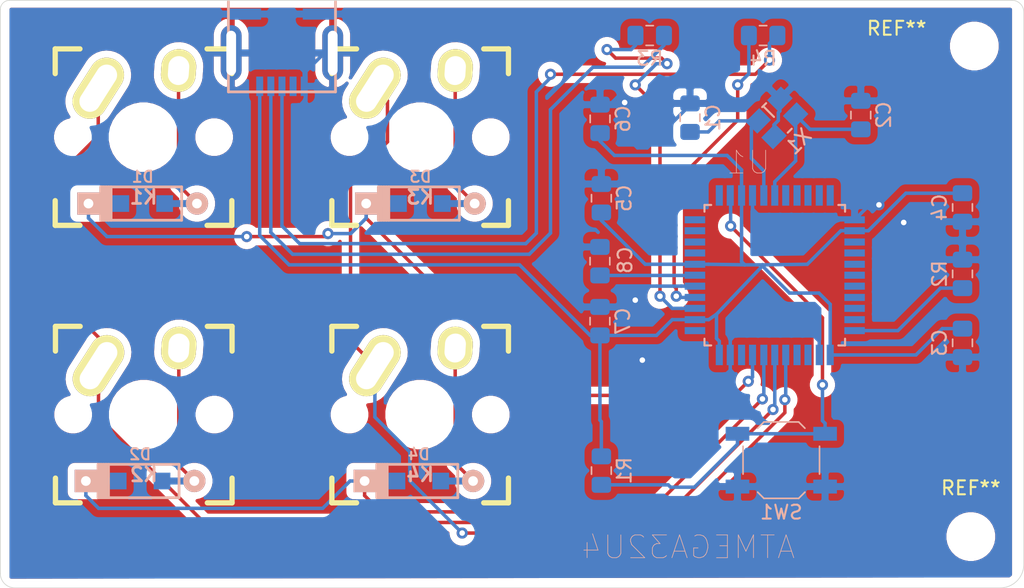
<source format=kicad_pcb>
(kicad_pcb (version 20171130) (host pcbnew "(5.1.5)-3")
  (layers (0 F.Cu signal hide) (31 B.Cu signal hide) (34 B.Paste user) (35 F.Paste user) (36 B.SilkS user) (37 F.SilkS user) (38 B.Mask user) (39 F.Mask user) (44 Edge.Cuts user))
  (net 0 "")
  (net 1 "Net-(C1-Pad1)")
  (net 2 GND)
  (net 3 "Net-(C2-Pad1)")
  (net 4 VCC)
  (net 5 "Net-(C8-Pad1)")
  (net 6 "Net-(D1-Pad2)")
  (net 7 /row0)
  (net 8 "Net-(D2-Pad2)")
  (net 9 /row1)
  (net 10 "Net-(D3-Pad2)")
  (net 11 "Net-(D4-Pad2)")
  (net 12 "Net-(J1-Pad2)")
  (net 13 "Net-(J1-Pad3)")
  (net 14 "Net-(J1-Pad4)")
  (net 15 /col0)
  (net 16 /col1)
  (net 17 "Net-(R1-Pad1)")
  (net 18 "Net-(R2-Pad2)")
  (net 19 "Net-(R3-Pad1)")
  (net 20 "Net-(R4-Pad1)")
  (net 21 "Net-(U1-Pad42)")
  (net 22 "Net-(U1-Pad37)")
  (net 23 "Net-(U1-Pad36)")
  (net 24 "Net-(U1-Pad32)")
  (net 25 "Net-(U1-Pad31)")
  (net 26 "Net-(U1-Pad30)")
  (net 27 "Net-(U1-Pad29)")
  (net 28 "Net-(U1-Pad28)")
  (net 29 "Net-(U1-Pad27)")
  (net 30 "Net-(U1-Pad26)")
  (net 31 "Net-(U1-Pad25)")
  (net 32 "Net-(U1-Pad22)")
  (net 33 "Net-(U1-Pad21)")
  (net 34 "Net-(U1-Pad20)")
  (net 35 "Net-(U1-Pad19)")
  (net 36 "Net-(U1-Pad18)")
  (net 37 "Net-(U1-Pad12)")
  (net 38 "Net-(U1-Pad11)")
  (net 39 "Net-(U1-Pad10)")
  (net 40 "Net-(U1-Pad9)")
  (net 41 "Net-(U1-Pad8)")
  (net 42 "Net-(U1-Pad1)")
  (module MountingHole:MountingHole_2.5mm (layer F.Cu) (at 171.196 48.006)
    (fp_text reference REF** (at -5.588 -1.27) (layer F.SilkS))
    (fp_text value MountingHole_2.5mm)
    (pad 1 np_thru_hole circle (at 0 0) (size 2.5 2.5) (drill 2.5) (layers *.Cu *.Mask))
  )
  (module MountingHole:MountingHole_2.5mm (layer F.Cu) (at 170.942 83.312)
    (fp_text reference REF** (at 0 -3.5) (layer F.SilkS))
    (fp_text value MountingHole_2.5mm)
    (pad 1 np_thru_hole circle (at 0 0) (size 2.5 2.5) (drill 2.5) (layers *.Cu *.Mask))
  )
  (module Capacitor_SMD:C_0805_2012Metric_Pad1.15x1.40mm_HandSolder (layer B.Cu) (at 150.75 53.1625 90)
    (fp_text reference C1 (at 0 1.65 90) (layer B.SilkS) (effects (justify mirror)))
    (fp_text value 22p)
    (fp_line (start -0.261252 0.71) (end 0.261252 0.71) (layer B.SilkS) (width 0.12))
    (fp_line (start -0.261252 -0.71) (end 0.261252 -0.71) (layer B.SilkS) (width 0.12))
    (pad 1 smd roundrect (at -1.025 0 90) (size 1.15 1.4) (layers B.Cu B.Paste B.Mask) (roundrect_rratio 0.217391) (net 1 "Net-(C1-Pad1)"))
    (pad 2 smd roundrect (at 1.025 0 90) (size 1.15 1.4) (layers B.Cu B.Paste B.Mask) (roundrect_rratio 0.217391) (net 2 GND))
  )
  (module Capacitor_SMD:C_0805_2012Metric_Pad1.15x1.40mm_HandSolder (layer B.Cu) (at 163.03125 52.975 90)
    (fp_text reference C2 (at 0 1.65 90) (layer B.SilkS) (effects (justify mirror)))
    (fp_text value 22p)
    (fp_line (start -0.261252 -0.71) (end 0.261252 -0.71) (layer B.SilkS) (width 0.12))
    (fp_line (start -0.261252 0.71) (end 0.261252 0.71) (layer B.SilkS) (width 0.12))
    (pad 2 smd roundrect (at 1.025 0 90) (size 1.15 1.4) (layers B.Cu B.Paste B.Mask) (roundrect_rratio 0.217391) (net 2 GND))
    (pad 1 smd roundrect (at -1.025 0 90) (size 1.15 1.4) (layers B.Cu B.Paste B.Mask) (roundrect_rratio 0.217391) (net 3 "Net-(C2-Pad1)"))
  )
  (module Capacitor_SMD:C_0805_2012Metric_Pad1.15x1.40mm_HandSolder (layer B.Cu) (at 170.34375 69.36875 270)
    (fp_text reference C3 (at 0 1.65 90) (layer B.SilkS) (effects (justify mirror)))
    (fp_text value 0.1uF)
    (fp_line (start -0.261252 0.71) (end 0.261252 0.71) (layer B.SilkS) (width 0.12))
    (fp_line (start -0.261252 -0.71) (end 0.261252 -0.71) (layer B.SilkS) (width 0.12))
    (pad 1 smd roundrect (at -1.025 0 270) (size 1.15 1.4) (layers B.Cu B.Paste B.Mask) (roundrect_rratio 0.217391) (net 4 VCC))
    (pad 2 smd roundrect (at 1.025 0 270) (size 1.15 1.4) (layers B.Cu B.Paste B.Mask) (roundrect_rratio 0.217391) (net 2 GND))
  )
  (module Capacitor_SMD:C_0805_2012Metric_Pad1.15x1.40mm_HandSolder (layer B.Cu) (at 170.34375 59.625 270)
    (fp_text reference C4 (at 0 1.65 90) (layer B.SilkS) (effects (justify mirror)))
    (fp_text value 0.1uF)
    (fp_line (start -0.261252 -0.71) (end 0.261252 -0.71) (layer B.SilkS) (width 0.12))
    (fp_line (start -0.261252 0.71) (end 0.261252 0.71) (layer B.SilkS) (width 0.12))
    (pad 2 smd roundrect (at 1.025 0 270) (size 1.15 1.4) (layers B.Cu B.Paste B.Mask) (roundrect_rratio 0.217391) (net 2 GND))
    (pad 1 smd roundrect (at -1.025 0 270) (size 1.15 1.4) (layers B.Cu B.Paste B.Mask) (roundrect_rratio 0.217391) (net 4 VCC))
  )
  (module Capacitor_SMD:C_0805_2012Metric_Pad1.15x1.40mm_HandSolder (layer B.Cu) (at 144.375 58.9625 90)
    (fp_text reference C5 (at 0 1.65 90) (layer B.SilkS) (effects (justify mirror)))
    (fp_text value 0.1uF)
    (fp_line (start -0.261252 0.71) (end 0.261252 0.71) (layer B.SilkS) (width 0.12))
    (fp_line (start -0.261252 -0.71) (end 0.261252 -0.71) (layer B.SilkS) (width 0.12))
    (pad 1 smd roundrect (at -1.025 0 90) (size 1.15 1.4) (layers B.Cu B.Paste B.Mask) (roundrect_rratio 0.217391) (net 4 VCC))
    (pad 2 smd roundrect (at 1.025 0 90) (size 1.15 1.4) (layers B.Cu B.Paste B.Mask) (roundrect_rratio 0.217391) (net 2 GND))
  )
  (module Capacitor_SMD:C_0805_2012Metric_Pad1.15x1.40mm_HandSolder (layer B.Cu) (at 144.28125 53.25 90)
    (fp_text reference C6 (at 0 1.65 90) (layer B.SilkS) (effects (justify mirror)))
    (fp_text value 0.1uF)
    (fp_line (start -0.261252 -0.71) (end 0.261252 -0.71) (layer B.SilkS) (width 0.12))
    (fp_line (start -0.261252 0.71) (end 0.261252 0.71) (layer B.SilkS) (width 0.12))
    (pad 2 smd roundrect (at 1.025 0 90) (size 1.15 1.4) (layers B.Cu B.Paste B.Mask) (roundrect_rratio 0.217391) (net 2 GND))
    (pad 1 smd roundrect (at -1.025 0 90) (size 1.15 1.4) (layers B.Cu B.Paste B.Mask) (roundrect_rratio 0.217391) (net 4 VCC))
  )
  (module Capacitor_SMD:C_0805_2012Metric_Pad1.15x1.40mm_HandSolder (layer B.Cu) (at 144.272 67.809 90)
    (fp_text reference C7 (at 0 1.65 90) (layer B.SilkS) (effects (justify mirror)))
    (fp_text value 4.7uF)
    (fp_line (start -0.261252 0.71) (end 0.261252 0.71) (layer B.SilkS) (width 0.12))
    (fp_line (start -0.261252 -0.71) (end 0.261252 -0.71) (layer B.SilkS) (width 0.12))
    (pad 1 smd roundrect (at -1.025 0 90) (size 1.15 1.4) (layers B.Cu B.Paste B.Mask) (roundrect_rratio 0.217391) (net 4 VCC))
    (pad 2 smd roundrect (at 1.025 0 90) (size 1.15 1.4) (layers B.Cu B.Paste B.Mask) (roundrect_rratio 0.217391) (net 2 GND))
  )
  (module Capacitor_SMD:C_0805_2012Metric_Pad1.15x1.40mm_HandSolder (layer B.Cu) (at 144.272 63.491 90)
    (fp_text reference C8 (at 0.076249 1.812499 90) (layer B.SilkS) (effects (justify mirror)))
    (fp_text value 1u)
    (fp_line (start -0.261252 -0.71) (end 0.261252 -0.71) (layer B.SilkS) (width 0.12))
    (fp_line (start -0.261252 0.71) (end 0.261252 0.71) (layer B.SilkS) (width 0.12))
    (pad 2 smd roundrect (at 1.025 0 90) (size 1.15 1.4) (layers B.Cu B.Paste B.Mask) (roundrect_rratio 0.217391) (net 2 GND))
    (pad 1 smd roundrect (at -1.025 0 90) (size 1.15 1.4) (layers B.Cu B.Paste B.Mask) (roundrect_rratio 0.217391) (net 5 "Net-(C8-Pad1)"))
  )
  (module keyboard_parts:D_SOD123_axial (layer B.Cu) (at 111.39375 59.34375)
    (fp_text reference D1 (at 0 -1.925) (layer B.SilkS) (effects (font (size 0.8 0.8)) (justify mirror)))
    (fp_text value D hide)
    (fp_line (start -2.275 1.2) (end -2.275 -1.2) (layer B.SilkS) (width 0.2))
    (fp_line (start -2.45 1.2) (end -2.45 -1.2) (layer B.SilkS) (width 0.2))
    (fp_line (start -2.625 1.2) (end -2.625 -1.2) (layer B.SilkS) (width 0.2))
    (fp_line (start -3.025 -1.2) (end -3.025 1.2) (layer B.SilkS) (width 0.2))
    (fp_line (start -2.8 1.2) (end -2.8 -1.2) (layer B.SilkS) (width 0.2))
    (fp_line (start -2.925 1.2) (end -2.925 -1.2) (layer B.SilkS) (width 0.2))
    (fp_line (start -3 1.2) (end 2.8 1.2) (layer B.SilkS) (width 0.2))
    (fp_line (start 2.8 1.2) (end 2.8 -1.2) (layer B.SilkS) (width 0.2))
    (fp_line (start 2.8 -1.2) (end -3 -1.2) (layer B.SilkS) (width 0.2))
    (pad 2 smd rect (at 1.575 0) (size 1.2 1.2) (layers B.Cu B.Paste B.Mask) (net 6 "Net-(D1-Pad2)"))
    (pad 1 smd rect (at -1.575 0) (size 1.2 1.2) (layers B.Cu B.Paste B.Mask) (net 7 /row0))
    (pad 1 thru_hole rect (at -3.9 0) (size 1.6 1.6) (drill 0.7) (layers *.Cu *.Mask B.SilkS) (net 7 /row0))
    (pad 2 thru_hole circle (at 3.9 0) (size 1.6 1.6) (drill 0.7) (layers *.Cu *.Mask B.SilkS) (net 6 "Net-(D1-Pad2)"))
    (pad 1 smd rect (at -2.7 0) (size 2.5 0.5) (layers B.Cu) (net 7 /row0))
    (pad 2 smd rect (at 2.7 0) (size 2.5 0.5) (layers B.Cu) (net 6 "Net-(D1-Pad2)"))
  )
  (module keyboard_parts:D_SOD123_axial (layer B.Cu) (at 111.20625 79.3125)
    (fp_text reference D2 (at 0 -1.925) (layer B.SilkS) (effects (font (size 0.8 0.8)) (justify mirror)))
    (fp_text value D hide)
    (fp_line (start -2.275 1.2) (end -2.275 -1.2) (layer B.SilkS) (width 0.2))
    (fp_line (start -2.45 1.2) (end -2.45 -1.2) (layer B.SilkS) (width 0.2))
    (fp_line (start -2.625 1.2) (end -2.625 -1.2) (layer B.SilkS) (width 0.2))
    (fp_line (start -3.025 -1.2) (end -3.025 1.2) (layer B.SilkS) (width 0.2))
    (fp_line (start -2.8 1.2) (end -2.8 -1.2) (layer B.SilkS) (width 0.2))
    (fp_line (start -2.925 1.2) (end -2.925 -1.2) (layer B.SilkS) (width 0.2))
    (fp_line (start -3 1.2) (end 2.8 1.2) (layer B.SilkS) (width 0.2))
    (fp_line (start 2.8 1.2) (end 2.8 -1.2) (layer B.SilkS) (width 0.2))
    (fp_line (start 2.8 -1.2) (end -3 -1.2) (layer B.SilkS) (width 0.2))
    (pad 2 smd rect (at 1.575 0) (size 1.2 1.2) (layers B.Cu B.Paste B.Mask) (net 8 "Net-(D2-Pad2)"))
    (pad 1 smd rect (at -1.575 0) (size 1.2 1.2) (layers B.Cu B.Paste B.Mask) (net 9 /row1))
    (pad 1 thru_hole rect (at -3.9 0) (size 1.6 1.6) (drill 0.7) (layers *.Cu *.Mask B.SilkS) (net 9 /row1))
    (pad 2 thru_hole circle (at 3.9 0) (size 1.6 1.6) (drill 0.7) (layers *.Cu *.Mask B.SilkS) (net 8 "Net-(D2-Pad2)"))
    (pad 1 smd rect (at -2.7 0) (size 2.5 0.5) (layers B.Cu) (net 9 /row1))
    (pad 2 smd rect (at 2.7 0) (size 2.5 0.5) (layers B.Cu) (net 8 "Net-(D2-Pad2)"))
  )
  (module keyboard_parts:D_SOD123_axial (layer B.Cu) (at 131.3625 59.34375)
    (fp_text reference D3 (at 0 -1.925) (layer B.SilkS) (effects (font (size 0.8 0.8)) (justify mirror)))
    (fp_text value D hide)
    (fp_line (start 2.8 -1.2) (end -3 -1.2) (layer B.SilkS) (width 0.2))
    (fp_line (start 2.8 1.2) (end 2.8 -1.2) (layer B.SilkS) (width 0.2))
    (fp_line (start -3 1.2) (end 2.8 1.2) (layer B.SilkS) (width 0.2))
    (fp_line (start -2.925 1.2) (end -2.925 -1.2) (layer B.SilkS) (width 0.2))
    (fp_line (start -2.8 1.2) (end -2.8 -1.2) (layer B.SilkS) (width 0.2))
    (fp_line (start -3.025 -1.2) (end -3.025 1.2) (layer B.SilkS) (width 0.2))
    (fp_line (start -2.625 1.2) (end -2.625 -1.2) (layer B.SilkS) (width 0.2))
    (fp_line (start -2.45 1.2) (end -2.45 -1.2) (layer B.SilkS) (width 0.2))
    (fp_line (start -2.275 1.2) (end -2.275 -1.2) (layer B.SilkS) (width 0.2))
    (pad 2 smd rect (at 2.7 0) (size 2.5 0.5) (layers B.Cu) (net 10 "Net-(D3-Pad2)"))
    (pad 1 smd rect (at -2.7 0) (size 2.5 0.5) (layers B.Cu) (net 7 /row0))
    (pad 2 thru_hole circle (at 3.9 0) (size 1.6 1.6) (drill 0.7) (layers *.Cu *.Mask B.SilkS) (net 10 "Net-(D3-Pad2)"))
    (pad 1 thru_hole rect (at -3.9 0) (size 1.6 1.6) (drill 0.7) (layers *.Cu *.Mask B.SilkS) (net 7 /row0))
    (pad 1 smd rect (at -1.575 0) (size 1.2 1.2) (layers B.Cu B.Paste B.Mask) (net 7 /row0))
    (pad 2 smd rect (at 1.575 0) (size 1.2 1.2) (layers B.Cu B.Paste B.Mask) (net 10 "Net-(D3-Pad2)"))
  )
  (module keyboard_parts:D_SOD123_axial (layer B.Cu) (at 131.25 79.3125)
    (fp_text reference D4 (at 0 -1.925) (layer B.SilkS) (effects (font (size 0.8 0.8)) (justify mirror)))
    (fp_text value D hide)
    (fp_line (start 2.8 -1.2) (end -3 -1.2) (layer B.SilkS) (width 0.2))
    (fp_line (start 2.8 1.2) (end 2.8 -1.2) (layer B.SilkS) (width 0.2))
    (fp_line (start -3 1.2) (end 2.8 1.2) (layer B.SilkS) (width 0.2))
    (fp_line (start -2.925 1.2) (end -2.925 -1.2) (layer B.SilkS) (width 0.2))
    (fp_line (start -2.8 1.2) (end -2.8 -1.2) (layer B.SilkS) (width 0.2))
    (fp_line (start -3.025 -1.2) (end -3.025 1.2) (layer B.SilkS) (width 0.2))
    (fp_line (start -2.625 1.2) (end -2.625 -1.2) (layer B.SilkS) (width 0.2))
    (fp_line (start -2.45 1.2) (end -2.45 -1.2) (layer B.SilkS) (width 0.2))
    (fp_line (start -2.275 1.2) (end -2.275 -1.2) (layer B.SilkS) (width 0.2))
    (pad 2 smd rect (at 2.7 0) (size 2.5 0.5) (layers B.Cu) (net 11 "Net-(D4-Pad2)"))
    (pad 1 smd rect (at -2.7 0) (size 2.5 0.5) (layers B.Cu) (net 9 /row1))
    (pad 2 thru_hole circle (at 3.9 0) (size 1.6 1.6) (drill 0.7) (layers *.Cu *.Mask B.SilkS) (net 11 "Net-(D4-Pad2)"))
    (pad 1 thru_hole rect (at -3.9 0) (size 1.6 1.6) (drill 0.7) (layers *.Cu *.Mask B.SilkS) (net 9 /row1))
    (pad 1 smd rect (at -1.575 0) (size 1.2 1.2) (layers B.Cu B.Paste B.Mask) (net 9 /row1))
    (pad 2 smd rect (at 1.575 0) (size 1.2 1.2) (layers B.Cu B.Paste B.Mask) (net 11 "Net-(D4-Pad2)"))
  )
  (module keyboard_parts:USB_miniB_hirose_5S8 (layer B.Cu) (at 121.40625 50.90625)
    (fp_text reference J1 hide)
    (fp_text value USB_mini_micro_B hide)
    (fp_line (start 3.85 0.4) (end 3.85 -6.1) (layer B.SilkS) (width 0.2))
    (fp_line (start -3.85 0.4) (end -3.85 -6.1) (layer B.SilkS) (width 0.2))
    (fp_line (start -3.85 0.4) (end 3.85 0.4) (layer B.SilkS) (width 0.2))
    (pad 6 smd rect (at 2.675 -5.2) (size 2.35 0.8) (layers B.Cu B.Paste B.Mask) (net 2 GND))
    (pad 6 smd rect (at -2.675 -5.2) (size 2.35 0.8) (layers B.Cu B.Paste B.Mask) (net 2 GND))
    (pad 1 smd rect (at -1.6 0) (size 0.5 1.4) (layers B.Cu B.Paste B.Mask) (net 4 VCC))
    (pad 2 smd rect (at -0.8 0) (size 0.5 1.4) (layers B.Cu B.Paste B.Mask) (net 12 "Net-(J1-Pad2)"))
    (pad 3 smd rect (at 0 0) (size 0.5 1.4) (layers B.Cu B.Paste B.Mask) (net 13 "Net-(J1-Pad3)"))
    (pad 4 smd rect (at 0.8 0) (size 0.5 1.4) (layers B.Cu B.Paste B.Mask) (net 14 "Net-(J1-Pad4)"))
    (pad 5 smd rect (at 1.6 0) (size 0.5 1.4) (layers B.Cu B.Paste B.Mask) (net 2 GND))
    (pad 6 thru_hole oval (at -3.65 -2.4) (size 1.5 4) (drill oval 0.7 3.2) (layers *.Cu *.Mask B.Paste) (net 2 GND))
    (pad 6 thru_hole oval (at 3.65 -2.4) (size 1.5 4) (drill oval 0.7 3.2) (layers *.Cu *.Mask B.Paste) (net 2 GND))
  )
  (module keebs:Mx_Alps_100 (layer F.Cu) (at 111.45125 54.5625)
    (fp_text reference K1 (at 0 4.318) (layer B.SilkS) (effects (font (thickness 0.2)) (justify mirror)))
    (fp_text value KEYSW hide)
    (fp_line (start -6.35 -4.572) (end -6.35 -6.35) (layer F.SilkS) (width 0.381))
    (fp_line (start -6.35 6.35) (end -6.35 4.572) (layer F.SilkS) (width 0.381))
    (fp_line (start -4.572 6.35) (end -6.35 6.35) (layer F.SilkS) (width 0.381))
    (fp_line (start 6.35 6.35) (end 4.572 6.35) (layer F.SilkS) (width 0.381))
    (fp_line (start 6.35 4.572) (end 6.35 6.35) (layer F.SilkS) (width 0.381))
    (fp_line (start 6.35 -6.35) (end 6.35 -4.572) (layer F.SilkS) (width 0.381))
    (fp_line (start 4.572 -6.35) (end 6.35 -6.35) (layer F.SilkS) (width 0.381))
    (fp_line (start -6.35 -6.35) (end -4.572 -6.35) (layer F.SilkS) (width 0.381))
    (pad 2 thru_hole oval (at 2.52 -4.79 356.1) (size 2.5 3.08) (drill oval 1.5 2.08) (layers *.Cu *.Mask F.SilkS) (net 6 "Net-(D1-Pad2)"))
    (pad 1 thru_hole oval (at -3.255 -3.52 327.5) (size 2.5 4.75) (drill oval 1.5 3.75) (layers *.Cu *.Mask F.SilkS) (net 15 /col0))
    (pad HOLE np_thru_hole circle (at 5.08 0) (size 1.7018 1.7018) (drill 1.7018) (layers *.Cu))
    (pad HOLE np_thru_hole circle (at -5.08 0) (size 1.7018 1.7018) (drill 1.7018) (layers *.Cu))
    (pad HOLE np_thru_hole circle (at 0 0) (size 3.9878 3.9878) (drill 3.9878) (layers *.Cu))
  )
  (module keebs:Mx_Alps_100 (layer F.Cu) (at 111.46875 74.53125)
    (fp_text reference K2 (at 0 4.318) (layer B.SilkS) (effects (font (thickness 0.2)) (justify mirror)))
    (fp_text value KEYSW hide)
    (fp_line (start -6.35 -6.35) (end -4.572 -6.35) (layer F.SilkS) (width 0.381))
    (fp_line (start 4.572 -6.35) (end 6.35 -6.35) (layer F.SilkS) (width 0.381))
    (fp_line (start 6.35 -6.35) (end 6.35 -4.572) (layer F.SilkS) (width 0.381))
    (fp_line (start 6.35 4.572) (end 6.35 6.35) (layer F.SilkS) (width 0.381))
    (fp_line (start 6.35 6.35) (end 4.572 6.35) (layer F.SilkS) (width 0.381))
    (fp_line (start -4.572 6.35) (end -6.35 6.35) (layer F.SilkS) (width 0.381))
    (fp_line (start -6.35 6.35) (end -6.35 4.572) (layer F.SilkS) (width 0.381))
    (fp_line (start -6.35 -4.572) (end -6.35 -6.35) (layer F.SilkS) (width 0.381))
    (pad HOLE np_thru_hole circle (at 0 0) (size 3.9878 3.9878) (drill 3.9878) (layers *.Cu))
    (pad HOLE np_thru_hole circle (at -5.08 0) (size 1.7018 1.7018) (drill 1.7018) (layers *.Cu))
    (pad HOLE np_thru_hole circle (at 5.08 0) (size 1.7018 1.7018) (drill 1.7018) (layers *.Cu))
    (pad 1 thru_hole oval (at -3.255 -3.52 327.5) (size 2.5 4.75) (drill oval 1.5 3.75) (layers *.Cu *.Mask F.SilkS) (net 15 /col0))
    (pad 2 thru_hole oval (at 2.52 -4.79 356.1) (size 2.5 3.08) (drill oval 1.5 2.08) (layers *.Cu *.Mask F.SilkS) (net 8 "Net-(D2-Pad2)"))
  )
  (module keebs:Mx_Alps_100 (layer F.Cu) (at 131.34375 54.5625)
    (fp_text reference K3 (at 0 4.318) (layer B.SilkS) (effects (font (thickness 0.2)) (justify mirror)))
    (fp_text value KEYSW hide)
    (fp_line (start -6.35 -6.35) (end -4.572 -6.35) (layer F.SilkS) (width 0.381))
    (fp_line (start 4.572 -6.35) (end 6.35 -6.35) (layer F.SilkS) (width 0.381))
    (fp_line (start 6.35 -6.35) (end 6.35 -4.572) (layer F.SilkS) (width 0.381))
    (fp_line (start 6.35 4.572) (end 6.35 6.35) (layer F.SilkS) (width 0.381))
    (fp_line (start 6.35 6.35) (end 4.572 6.35) (layer F.SilkS) (width 0.381))
    (fp_line (start -4.572 6.35) (end -6.35 6.35) (layer F.SilkS) (width 0.381))
    (fp_line (start -6.35 6.35) (end -6.35 4.572) (layer F.SilkS) (width 0.381))
    (fp_line (start -6.35 -4.572) (end -6.35 -6.35) (layer F.SilkS) (width 0.381))
    (pad HOLE np_thru_hole circle (at 0 0) (size 3.9878 3.9878) (drill 3.9878) (layers *.Cu))
    (pad HOLE np_thru_hole circle (at -5.08 0) (size 1.7018 1.7018) (drill 1.7018) (layers *.Cu))
    (pad HOLE np_thru_hole circle (at 5.08 0) (size 1.7018 1.7018) (drill 1.7018) (layers *.Cu))
    (pad 1 thru_hole oval (at -3.255 -3.52 327.5) (size 2.5 4.75) (drill oval 1.5 3.75) (layers *.Cu *.Mask F.SilkS) (net 16 /col1))
    (pad 2 thru_hole oval (at 2.52 -4.79 356.1) (size 2.5 3.08) (drill oval 1.5 2.08) (layers *.Cu *.Mask F.SilkS) (net 10 "Net-(D3-Pad2)"))
  )
  (module keebs:Mx_Alps_100 (layer F.Cu) (at 131.34375 74.53125)
    (fp_text reference K4 (at 0 4.318) (layer B.SilkS) (effects (font (thickness 0.2)) (justify mirror)))
    (fp_text value KEYSW hide)
    (fp_line (start -6.35 -4.572) (end -6.35 -6.35) (layer F.SilkS) (width 0.381))
    (fp_line (start -6.35 6.35) (end -6.35 4.572) (layer F.SilkS) (width 0.381))
    (fp_line (start -4.572 6.35) (end -6.35 6.35) (layer F.SilkS) (width 0.381))
    (fp_line (start 6.35 6.35) (end 4.572 6.35) (layer F.SilkS) (width 0.381))
    (fp_line (start 6.35 4.572) (end 6.35 6.35) (layer F.SilkS) (width 0.381))
    (fp_line (start 6.35 -6.35) (end 6.35 -4.572) (layer F.SilkS) (width 0.381))
    (fp_line (start 4.572 -6.35) (end 6.35 -6.35) (layer F.SilkS) (width 0.381))
    (fp_line (start -6.35 -6.35) (end -4.572 -6.35) (layer F.SilkS) (width 0.381))
    (pad 2 thru_hole oval (at 2.52 -4.79 356.1) (size 2.5 3.08) (drill oval 1.5 2.08) (layers *.Cu *.Mask F.SilkS) (net 11 "Net-(D4-Pad2)"))
    (pad 1 thru_hole oval (at -3.255 -3.52 327.5) (size 2.5 4.75) (drill oval 1.5 3.75) (layers *.Cu *.Mask F.SilkS) (net 16 /col1))
    (pad HOLE np_thru_hole circle (at 5.08 0) (size 1.7018 1.7018) (drill 1.7018) (layers *.Cu))
    (pad HOLE np_thru_hole circle (at -5.08 0) (size 1.7018 1.7018) (drill 1.7018) (layers *.Cu))
    (pad HOLE np_thru_hole circle (at 0 0) (size 3.9878 3.9878) (drill 3.9878) (layers *.Cu))
  )
  (module Resistor_SMD:R_0805_2012Metric_Pad1.15x1.40mm_HandSolder (layer B.Cu) (at 144.375 78.5625 90)
    (fp_text reference R1 (at 0 1.65 90) (layer B.SilkS) (effects (justify mirror)))
    (fp_text value 10k)
    (fp_line (start -0.261252 -0.71) (end 0.261252 -0.71) (layer B.SilkS) (width 0.12))
    (fp_line (start -0.261252 0.71) (end 0.261252 0.71) (layer B.SilkS) (width 0.12))
    (pad 2 smd roundrect (at 1.025 0 90) (size 1.15 1.4) (layers B.Cu B.Paste B.Mask) (roundrect_rratio 0.217391) (net 4 VCC))
    (pad 1 smd roundrect (at -1.025 0 90) (size 1.15 1.4) (layers B.Cu B.Paste B.Mask) (roundrect_rratio 0.217391) (net 17 "Net-(R1-Pad1)"))
  )
  (module Resistor_SMD:R_0805_2012Metric_Pad1.15x1.40mm_HandSolder (layer B.Cu) (at 170.34375 64.40625 270)
    (fp_text reference R2 (at 0 1.65 90) (layer B.SilkS) (effects (justify mirror)))
    (fp_text value 10k)
    (fp_line (start -0.261252 0.71) (end 0.261252 0.71) (layer B.SilkS) (width 0.12))
    (fp_line (start -0.261252 -0.71) (end 0.261252 -0.71) (layer B.SilkS) (width 0.12))
    (pad 1 smd roundrect (at -1.025 0 270) (size 1.15 1.4) (layers B.Cu B.Paste B.Mask) (roundrect_rratio 0.217391) (net 2 GND))
    (pad 2 smd roundrect (at 1.025 0 270) (size 1.15 1.4) (layers B.Cu B.Paste B.Mask) (roundrect_rratio 0.217391) (net 18 "Net-(R2-Pad2)"))
  )
  (module Resistor_SMD:R_0805_2012Metric_Pad1.15x1.40mm_HandSolder (layer B.Cu) (at 147.85 47.25)
    (fp_text reference R3 (at 0 1.65) (layer B.SilkS) (effects (justify mirror)))
    (fp_text value 22)
    (fp_line (start -0.261252 0.71) (end 0.261252 0.71) (layer B.SilkS) (width 0.12))
    (fp_line (start -0.261252 -0.71) (end 0.261252 -0.71) (layer B.SilkS) (width 0.12))
    (pad 1 smd roundrect (at -1.025 0) (size 1.15 1.4) (layers B.Cu B.Paste B.Mask) (roundrect_rratio 0.217391) (net 19 "Net-(R3-Pad1)"))
    (pad 2 smd roundrect (at 1.025 0) (size 1.15 1.4) (layers B.Cu B.Paste B.Mask) (roundrect_rratio 0.217391) (net 12 "Net-(J1-Pad2)"))
  )
  (module Resistor_SMD:R_0805_2012Metric_Pad1.15x1.40mm_HandSolder (layer B.Cu) (at 156.00625 47.25)
    (fp_text reference R4 (at 0 1.65) (layer B.SilkS) (effects (justify mirror)))
    (fp_text value 22)
    (fp_line (start -0.261252 -0.71) (end 0.261252 -0.71) (layer B.SilkS) (width 0.12))
    (fp_line (start -0.261252 0.71) (end 0.261252 0.71) (layer B.SilkS) (width 0.12))
    (pad 2 smd roundrect (at 1.025 0) (size 1.15 1.4) (layers B.Cu B.Paste B.Mask) (roundrect_rratio 0.217391) (net 13 "Net-(J1-Pad3)"))
    (pad 1 smd roundrect (at -1.025 0) (size 1.15 1.4) (layers B.Cu B.Paste B.Mask) (roundrect_rratio 0.217391) (net 20 "Net-(R4-Pad1)"))
  )
  (module Button_Switch_SMD:SW_SPST_TL3342 (layer B.Cu) (at 157.3125 77.8125)
    (fp_text reference SW1 (at 0 3.75) (layer B.SilkS) (effects (justify mirror)))
    (fp_text value SW_Push)
    (fp_line (start -1.7 -2.3) (end -1.25 -2.75) (layer B.SilkS) (width 0.12))
    (fp_line (start 1.7 -2.3) (end 1.25 -2.75) (layer B.SilkS) (width 0.12))
    (fp_line (start 1.7 2.3) (end 1.25 2.75) (layer B.SilkS) (width 0.12))
    (fp_line (start -1.7 2.3) (end -1.25 2.75) (layer B.SilkS) (width 0.12))
    (fp_line (start 2.75 1) (end 2.75 -1) (layer B.SilkS) (width 0.12))
    (fp_line (start -1.25 -2.75) (end 1.25 -2.75) (layer B.SilkS) (width 0.12))
    (fp_line (start -2.75 1) (end -2.75 -1) (layer B.SilkS) (width 0.12))
    (fp_line (start -1.25 2.75) (end 1.25 2.75) (layer B.SilkS) (width 0.12))
    (pad 1 smd rect (at -3.15 1.9) (size 1.7 1) (layers B.Cu B.Paste B.Mask) (net 2 GND))
    (pad 1 smd rect (at 3.15 1.9) (size 1.7 1) (layers B.Cu B.Paste B.Mask) (net 2 GND))
    (pad 2 smd rect (at -3.15 -1.9) (size 1.7 1) (layers B.Cu B.Paste B.Mask) (net 17 "Net-(R1-Pad1)"))
    (pad 2 smd rect (at 3.15 -1.9) (size 1.7 1) (layers B.Cu B.Paste B.Mask) (net 17 "Net-(R1-Pad1)"))
  )
  (module ATmega32U4:ATmega32U4 (layer B.Cu) (at 156.84375 64.5)
    (fp_text reference U1 (at -1.90375 -8.112) (layer B.SilkS) (effects (font (size 1.6402 1.6402) (thickness 0.05)) (justify mirror)))
    (fp_text value ATMEGA32U4 (at -6.22175 19.574) (layer B.SilkS) (effects (font (size 1.64231 1.64231) (thickness 0.05)) (justify mirror)))
    (fp_line (start -5.0546 -4.572) (end -5.0546 -5.0546) (layer B.SilkS) (width 0.1524))
    (fp_line (start -5.0546 5.0546) (end -5.0546 4.572) (layer B.SilkS) (width 0.1524))
    (fp_line (start 5.0546 5.0546) (end 4.572 5.0546) (layer B.SilkS) (width 0.1524))
    (fp_line (start 5.0546 -5.0546) (end 5.0546 -4.572) (layer B.SilkS) (width 0.1524))
    (fp_line (start -5.0546 -5.0546) (end -4.572 -5.0546) (layer B.SilkS) (width 0.1524))
    (fp_line (start 4.572 -5.0546) (end 5.0546 -5.0546) (layer B.SilkS) (width 0.1524))
    (fp_line (start 5.0546 4.572) (end 5.0546 5.0546) (layer B.SilkS) (width 0.1524))
    (fp_line (start -4.572 5.0546) (end -5.0546 5.0546) (layer B.SilkS) (width 0.1524))
    (pad 44 smd rect (at -3.9878 5.7404 180) (size 0.508 1.4732) (layers B.Cu B.Paste B.Mask) (net 4 VCC))
    (pad 43 smd rect (at -3.2004 5.7404 180) (size 0.508 1.4732) (layers B.Cu B.Paste B.Mask) (net 2 GND))
    (pad 42 smd rect (at -2.3876 5.7404 180) (size 0.508 1.4732) (layers B.Cu B.Paste B.Mask) (net 21 "Net-(U1-Pad42)"))
    (pad 41 smd rect (at -1.6002 5.7404 180) (size 0.508 1.4732) (layers B.Cu B.Paste B.Mask) (net 7 /row0))
    (pad 40 smd rect (at -0.7874 5.7404 180) (size 0.508 1.4732) (layers B.Cu B.Paste B.Mask) (net 9 /row1))
    (pad 39 smd rect (at 0 5.7404 180) (size 0.508 1.4732) (layers B.Cu B.Paste B.Mask) (net 15 /col0))
    (pad 38 smd rect (at 0.7874 5.7404 180) (size 0.508 1.4732) (layers B.Cu B.Paste B.Mask) (net 16 /col1))
    (pad 37 smd rect (at 1.6002 5.7404 180) (size 0.508 1.4732) (layers B.Cu B.Paste B.Mask) (net 22 "Net-(U1-Pad37)"))
    (pad 36 smd rect (at 2.3876 5.7404 180) (size 0.508 1.4732) (layers B.Cu B.Paste B.Mask) (net 23 "Net-(U1-Pad36)"))
    (pad 35 smd rect (at 3.2004 5.7404 180) (size 0.508 1.4732) (layers B.Cu B.Paste B.Mask) (net 2 GND))
    (pad 34 smd rect (at 3.9878 5.7404 180) (size 0.508 1.4732) (layers B.Cu B.Paste B.Mask) (net 4 VCC))
    (pad 33 smd rect (at 5.7404 3.9878 90) (size 0.508 1.4732) (layers B.Cu B.Paste B.Mask) (net 18 "Net-(R2-Pad2)"))
    (pad 32 smd rect (at 5.7404 3.2004 90) (size 0.508 1.4732) (layers B.Cu B.Paste B.Mask) (net 24 "Net-(U1-Pad32)"))
    (pad 31 smd rect (at 5.7404 2.3876 90) (size 0.508 1.4732) (layers B.Cu B.Paste B.Mask) (net 25 "Net-(U1-Pad31)"))
    (pad 30 smd rect (at 5.7404 1.6002 90) (size 0.508 1.4732) (layers B.Cu B.Paste B.Mask) (net 26 "Net-(U1-Pad30)"))
    (pad 29 smd rect (at 5.7404 0.7874 90) (size 0.508 1.4732) (layers B.Cu B.Paste B.Mask) (net 27 "Net-(U1-Pad29)"))
    (pad 28 smd rect (at 5.7404 0 90) (size 0.508 1.4732) (layers B.Cu B.Paste B.Mask) (net 28 "Net-(U1-Pad28)"))
    (pad 27 smd rect (at 5.7404 -0.7874 90) (size 0.508 1.4732) (layers B.Cu B.Paste B.Mask) (net 29 "Net-(U1-Pad27)"))
    (pad 26 smd rect (at 5.7404 -1.6002 90) (size 0.508 1.4732) (layers B.Cu B.Paste B.Mask) (net 30 "Net-(U1-Pad26)"))
    (pad 25 smd rect (at 5.7404 -2.3876 90) (size 0.508 1.4732) (layers B.Cu B.Paste B.Mask) (net 31 "Net-(U1-Pad25)"))
    (pad 24 smd rect (at 5.7404 -3.2004 90) (size 0.508 1.4732) (layers B.Cu B.Paste B.Mask) (net 4 VCC))
    (pad 23 smd rect (at 5.7404 -3.9878 90) (size 0.508 1.4732) (layers B.Cu B.Paste B.Mask) (net 2 GND))
    (pad 22 smd rect (at 3.9878 -5.7404 180) (size 0.508 1.4732) (layers B.Cu B.Paste B.Mask) (net 32 "Net-(U1-Pad22)"))
    (pad 21 smd rect (at 3.2004 -5.7404 180) (size 0.508 1.4732) (layers B.Cu B.Paste B.Mask) (net 33 "Net-(U1-Pad21)"))
    (pad 20 smd rect (at 2.3876 -5.7404 180) (size 0.508 1.4732) (layers B.Cu B.Paste B.Mask) (net 34 "Net-(U1-Pad20)"))
    (pad 19 smd rect (at 1.6002 -5.7404 180) (size 0.508 1.4732) (layers B.Cu B.Paste B.Mask) (net 35 "Net-(U1-Pad19)"))
    (pad 18 smd rect (at 0.7874 -5.7404 180) (size 0.508 1.4732) (layers B.Cu B.Paste B.Mask) (net 36 "Net-(U1-Pad18)"))
    (pad 17 smd rect (at 0 -5.7404 180) (size 0.508 1.4732) (layers B.Cu B.Paste B.Mask) (net 3 "Net-(C2-Pad1)"))
    (pad 16 smd rect (at -0.7874 -5.7404 180) (size 0.508 1.4732) (layers B.Cu B.Paste B.Mask) (net 1 "Net-(C1-Pad1)"))
    (pad 15 smd rect (at -1.6002 -5.7404 180) (size 0.508 1.4732) (layers B.Cu B.Paste B.Mask) (net 2 GND))
    (pad 14 smd rect (at -2.3876 -5.7404 180) (size 0.508 1.4732) (layers B.Cu B.Paste B.Mask) (net 4 VCC))
    (pad 13 smd rect (at -3.2004 -5.7404 180) (size 0.508 1.4732) (layers B.Cu B.Paste B.Mask) (net 17 "Net-(R1-Pad1)"))
    (pad 12 smd rect (at -3.9878 -5.7404 180) (size 0.508 1.4732) (layers B.Cu B.Paste B.Mask) (net 37 "Net-(U1-Pad12)"))
    (pad 11 smd rect (at -5.7404 -3.9878 90) (size 0.508 1.4732) (layers B.Cu B.Paste B.Mask) (net 38 "Net-(U1-Pad11)"))
    (pad 10 smd rect (at -5.7404 -3.2004 90) (size 0.508 1.4732) (layers B.Cu B.Paste B.Mask) (net 39 "Net-(U1-Pad10)"))
    (pad 9 smd rect (at -5.7404 -2.3876 90) (size 0.508 1.4732) (layers B.Cu B.Paste B.Mask) (net 40 "Net-(U1-Pad9)"))
    (pad 8 smd rect (at -5.7404 -1.6002 90) (size 0.508 1.4732) (layers B.Cu B.Paste B.Mask) (net 41 "Net-(U1-Pad8)"))
    (pad 7 smd rect (at -5.7404 -0.7874 90) (size 0.508 1.4732) (layers B.Cu B.Paste B.Mask) (net 4 VCC))
    (pad 6 smd rect (at -5.7404 0 90) (size 0.508 1.4732) (layers B.Cu B.Paste B.Mask) (net 5 "Net-(C8-Pad1)"))
    (pad 5 smd rect (at -5.7404 0.7874 90) (size 0.508 1.4732) (layers B.Cu B.Paste B.Mask) (net 2 GND))
    (pad 4 smd rect (at -5.7404 1.6002 90) (size 0.508 1.4732) (layers B.Cu B.Paste B.Mask) (net 20 "Net-(R4-Pad1)"))
    (pad 3 smd rect (at -5.7404 2.3876 90) (size 0.508 1.4732) (layers B.Cu B.Paste B.Mask) (net 19 "Net-(R3-Pad1)"))
    (pad 2 smd rect (at -5.7404 3.2004 90) (size 0.508 1.4732) (layers B.Cu B.Paste B.Mask) (net 4 VCC))
    (pad 1 smd rect (at -5.7404 3.9878 90) (size 0.508 1.4732) (layers B.Cu B.Paste B.Mask) (net 42 "Net-(U1-Pad1)"))
  )
  (module user:crystal_FA238-TSX3225 (layer B.Cu) (at 157.000247 53.180882 45)
    (fp_text reference X1 (at -0.1 2.3 45) (layer B.SilkS) (effects (justify mirror)))
    (fp_text value XTAL_GND hide)
    (fp_line (start -0.1 -1.2) (end -0.1 -0.2) (layer B.SilkS) (width 0.15))
    (fp_line (start -0.2 -1.3) (end 0.2 -1.3) (layer B.SilkS) (width 0.15))
    (fp_line (start -0.2 1.3) (end 0.2 1.3) (layer B.SilkS) (width 0.15))
    (pad 1 smd rect (at -1.1 -0.8 45) (size 1.4 1.2) (layers B.Cu B.Paste B.Mask) (net 1 "Net-(C1-Pad1)"))
    (pad 3 smd rect (at 1.1 -0.8 45) (size 1.4 1.2) (layers B.Cu B.Paste B.Mask) (net 2 GND))
    (pad 3 smd rect (at -1.1 0.8 45) (size 1.4 1.2) (layers B.Cu B.Paste B.Mask) (net 2 GND))
    (pad 2 smd rect (at 1.1 0.8 45) (size 1.4 1.2) (layers B.Cu B.Paste B.Mask) (net 3 "Net-(C2-Pad1)"))
  )
  (gr_line (start 173.0625 87) (end 102.1875 87) (layer Edge.Cuts) (width 0.05))
  (gr_line (start 174.75 45.5625) (end 174.75 85.3125) (layer Edge.Cuts) (width 0.05))
  (gr_line (start 101.8125 44.71875) (end 173.90625 44.71875) (layer Edge.Cuts) (width 0.05))
  (gr_line (start 101.15625 85.96875) (end 101.15625 45.375) (layer Edge.Cuts) (width 0.05))
  (gr_arc (start 173.0625 85.3125) (end 173.0625 87) (angle -90) (layer Edge.Cuts) (width 0.05))
  (gr_arc (start 102.1875 85.96875) (end 101.15625 85.96875) (angle -90) (layer Edge.Cuts) (width 0.05))
  (gr_arc (start 101.8125 45.375) (end 101.8125 44.71875) (angle -90) (layer Edge.Cuts) (width 0.05))
  (gr_arc (start 173.90625 45.5625) (end 174.75 45.5625) (angle -90) (layer Edge.Cuts) (width 0.05))
  (segment (start 150.75 54.1875) (end 152.0605 54.1875) (width 0.25) (layer B.Cu) (net 1))
  (segment (start 152.854986 53.393014) (end 155.656744 53.393014) (width 0.25) (layer B.Cu) (net 1))
  (segment (start 152.0605 54.1875) (end 152.854986 53.393014) (width 0.25) (layer B.Cu) (net 1))
  (segment (start 156.05635 58.7596) (end 156.05635 56.99635) (width 0.25) (layer B.Cu) (net 1))
  (segment (start 155.161769 53.887989) (end 155.656744 53.393014) (width 0.25) (layer B.Cu) (net 1))
  (segment (start 155.161769 56.101769) (end 155.161769 53.887989) (width 0.25) (layer B.Cu) (net 1))
  (segment (start 156.05635 56.99635) (end 155.161769 56.101769) (width 0.25) (layer B.Cu) (net 1))
  (segment (start 124.45625 48.50625) (end 125.05625 48.50625) (width 0.25) (layer B.Cu) (net 2))
  (segment (start 123.00625 49.95625) (end 124.45625 48.50625) (width 0.25) (layer B.Cu) (net 2))
  (segment (start 123.00625 50.90625) (end 123.00625 49.95625) (width 0.25) (layer B.Cu) (net 2))
  (segment (start 153.64335 70.2404) (end 153.64335 68.60665) (width 0.25) (layer B.Cu) (net 2))
  (segment (start 153.64335 68.60665) (end 153.924 68.326) (width 0.25) (layer B.Cu) (net 2))
  (segment (start 153.64335 70.2404) (end 153.64335 71.90865) (width 0.25) (layer B.Cu) (net 2))
  (segment (start 170.34375 63.38125) (end 168.79125 63.38125) (width 0.25) (layer B.Cu) (net 2))
  (via (at 166.116 60.706) (size 0.8) (drill 0.4) (layers F.Cu B.Cu) (net 2))
  (segment (start 168.79125 63.38125) (end 166.116 60.706) (width 0.25) (layer B.Cu) (net 2))
  (segment (start 166.116 60.706) (end 164.846 59.436) (width 0.25) (layer F.Cu) (net 2))
  (via (at 164.338 59.436) (size 0.8) (drill 0.4) (layers F.Cu B.Cu) (net 2))
  (segment (start 164.846 59.436) (end 164.338 59.436) (width 0.25) (layer F.Cu) (net 2))
  (segment (start 163.66035 59.436) (end 162.58415 60.5122) (width 0.25) (layer B.Cu) (net 2))
  (segment (start 164.338 59.436) (end 163.66035 59.436) (width 0.25) (layer B.Cu) (net 2))
  (segment (start 157.099501 53.364471) (end 156.788115 53.675857) (width 0.25) (layer B.Cu) (net 2))
  (segment (start 156.788115 53.675857) (end 156.788115 54.524385) (width 0.25) (layer B.Cu) (net 2))
  (segment (start 157.099501 52.798785) (end 157.099501 53.364471) (width 0.25) (layer B.Cu) (net 2))
  (segment (start 157.212379 52.685907) (end 157.099501 52.798785) (width 0.25) (layer B.Cu) (net 2))
  (segment (start 157.212379 51.837379) (end 157.212379 52.685907) (width 0.25) (layer B.Cu) (net 2))
  (segment (start 161.59755 60.5122) (end 162.58415 60.5122) (width 0.25) (layer B.Cu) (net 2))
  (segment (start 156.00955 60.5122) (end 161.59755 60.5122) (width 0.25) (layer B.Cu) (net 2))
  (segment (start 155.24355 59.7462) (end 156.00955 60.5122) (width 0.25) (layer B.Cu) (net 2))
  (segment (start 155.24355 58.7596) (end 155.24355 59.7462) (width 0.25) (layer B.Cu) (net 2))
  (segment (start 144.98125 52.225) (end 145.64425 51.562) (width 0.25) (layer B.Cu) (net 2))
  (segment (start 144.28125 52.225) (end 144.98125 52.225) (width 0.25) (layer B.Cu) (net 2))
  (segment (start 160.04415 69.2538) (end 158.35435 67.564) (width 0.25) (layer B.Cu) (net 2))
  (segment (start 160.04415 70.2404) (end 160.04415 69.2538) (width 0.25) (layer B.Cu) (net 2))
  (via (at 146.05 52.07) (size 0.8) (drill 0.4) (layers F.Cu B.Cu) (net 2))
  (segment (start 150.75 52.253002) (end 147.668001 55.335001) (width 0.25) (layer B.Cu) (net 2))
  (segment (start 150.75 52.1375) (end 150.75 52.253002) (width 0.25) (layer B.Cu) (net 2))
  (segment (start 146.05 54.413002) (end 146.05 52.07) (width 0.25) (layer B.Cu) (net 2))
  (segment (start 147.668001 55.335001) (end 146.971999 55.335001) (width 0.25) (layer B.Cu) (net 2))
  (segment (start 146.971999 55.335001) (end 146.05 54.413002) (width 0.25) (layer B.Cu) (net 2))
  (segment (start 150.11675 65.2874) (end 150.10735 65.278) (width 0.25) (layer B.Cu) (net 2))
  (segment (start 151.10335 65.2874) (end 150.11675 65.2874) (width 0.25) (layer B.Cu) (net 2))
  (segment (start 150.11675 65.2874) (end 148.3454 65.2874) (width 0.25) (layer B.Cu) (net 2))
  (via (at 146.812 66.294) (size 0.8) (drill 0.4) (layers F.Cu B.Cu) (net 2))
  (segment (start 148.3454 65.2874) (end 147.8186 65.2874) (width 0.25) (layer B.Cu) (net 2))
  (segment (start 147.8186 65.2874) (end 146.812 66.294) (width 0.25) (layer B.Cu) (net 2))
  (via (at 147.32 70.612) (size 0.8) (drill 0.4) (layers F.Cu B.Cu) (net 2))
  (segment (start 146.812 66.294) (end 147.32 66.802) (width 0.25) (layer F.Cu) (net 2))
  (segment (start 147.32 66.802) (end 147.32 70.612) (width 0.25) (layer F.Cu) (net 2))
  (segment (start 147.32 70.612) (end 148.336 71.628) (width 0.25) (layer B.Cu) (net 2))
  (segment (start 158.34375 53.817278) (end 158.34375 52.96875) (width 0.25) (layer B.Cu) (net 3))
  (segment (start 158.34375 56.273) (end 158.34375 53.817278) (width 0.25) (layer B.Cu) (net 3))
  (segment (start 156.84375 57.773) (end 158.34375 56.273) (width 0.25) (layer B.Cu) (net 3))
  (segment (start 156.84375 58.7596) (end 156.84375 57.773) (width 0.25) (layer B.Cu) (net 3))
  (segment (start 159.375 54) (end 163.03125 54) (width 0.25) (layer B.Cu) (net 3))
  (segment (start 158.34375 52.96875) (end 159.375 54) (width 0.25) (layer B.Cu) (net 3))
  (segment (start 154.45615 58.7596) (end 154.45615 56.92015) (width 0.25) (layer B.Cu) (net 4))
  (segment (start 154.45615 56.92015) (end 153.416 55.88) (width 0.25) (layer B.Cu) (net 4))
  (segment (start 144.28125 54.85) (end 144.28125 54.275) (width 0.25) (layer B.Cu) (net 4))
  (segment (start 145.31125 55.88) (end 144.28125 54.85) (width 0.25) (layer B.Cu) (net 4))
  (segment (start 153.416 55.88) (end 145.31125 55.88) (width 0.25) (layer B.Cu) (net 4))
  (segment (start 166.27035 58.6) (end 170.34375 58.6) (width 0.25) (layer B.Cu) (net 4))
  (segment (start 162.58415 61.2996) (end 163.57075 61.2996) (width 0.25) (layer B.Cu) (net 4))
  (segment (start 163.57075 61.2996) (end 166.27035 58.6) (width 0.25) (layer B.Cu) (net 4))
  (segment (start 152.08995 63.7126) (end 151.10335 63.7126) (width 0.25) (layer B.Cu) (net 4))
  (segment (start 161.59755 61.2996) (end 159.18455 63.7126) (width 0.25) (layer B.Cu) (net 4))
  (segment (start 162.58415 61.2996) (end 161.59755 61.2996) (width 0.25) (layer B.Cu) (net 4))
  (segment (start 155.956 63.83435) (end 155.956 63.754) (width 0.25) (layer B.Cu) (net 4))
  (segment (start 151.10335 67.7004) (end 152.08995 67.7004) (width 0.25) (layer B.Cu) (net 4))
  (segment (start 159.18455 63.7126) (end 155.956 63.754) (width 0.25) (layer B.Cu) (net 4))
  (segment (start 160.83155 70.2404) (end 166.9956 70.2404) (width 0.25) (layer B.Cu) (net 4))
  (segment (start 168.89225 68.34375) (end 170.34375 68.34375) (width 0.25) (layer B.Cu) (net 4))
  (segment (start 166.9956 70.2404) (end 168.89225 68.34375) (width 0.25) (layer B.Cu) (net 4))
  (segment (start 151.10335 67.7004) (end 149.4696 67.7004) (width 0.25) (layer B.Cu) (net 4))
  (segment (start 148.336 68.834) (end 144.272 68.834) (width 0.25) (layer B.Cu) (net 4))
  (segment (start 149.4696 67.7004) (end 148.336 68.834) (width 0.25) (layer B.Cu) (net 4))
  (segment (start 144.375 60.5625) (end 144.375 59.9875) (width 0.25) (layer B.Cu) (net 4))
  (segment (start 147.5251 63.7126) (end 144.375 60.5625) (width 0.25) (layer B.Cu) (net 4))
  (segment (start 151.10335 63.7126) (end 147.5251 63.7126) (width 0.25) (layer B.Cu) (net 4))
  (segment (start 144.272 68.834) (end 144.272 74.93) (width 0.25) (layer B.Cu) (net 4))
  (segment (start 144.375 75.033) (end 144.375 77.5375) (width 0.25) (layer B.Cu) (net 4))
  (segment (start 144.272 74.93) (end 144.375 75.033) (width 0.25) (layer B.Cu) (net 4))
  (segment (start 121.92 63.754) (end 119.80625 61.64025) (width 0.25) (layer B.Cu) (net 4))
  (segment (start 119.80625 61.64025) (end 119.80625 50.90625) (width 0.25) (layer B.Cu) (net 4))
  (segment (start 138.492 63.754) (end 121.92 63.754) (width 0.25) (layer B.Cu) (net 4))
  (segment (start 144.272 68.834) (end 143.572 68.834) (width 0.25) (layer B.Cu) (net 4))
  (segment (start 143.572 68.834) (end 138.492 63.754) (width 0.25) (layer B.Cu) (net 4))
  (segment (start 152.654 69.05185) (end 152.654 67.31) (width 0.25) (layer B.Cu) (net 4))
  (segment (start 152.85595 70.2404) (end 152.85595 69.2538) (width 0.25) (layer B.Cu) (net 4))
  (segment (start 152.08995 67.7004) (end 152.654 67.31) (width 0.25) (layer B.Cu) (net 4))
  (segment (start 152.85595 69.2538) (end 152.654 69.05185) (width 0.25) (layer B.Cu) (net 4))
  (segment (start 152.654 67.31) (end 155.956 63.83435) (width 0.25) (layer B.Cu) (net 4))
  (segment (start 160.83155 70.2404) (end 160.83155 66.59755) (width 0.25) (layer B.Cu) (net 4))
  (segment (start 160.83155 66.59755) (end 160.02 65.786) (width 0.25) (layer B.Cu) (net 4))
  (segment (start 157.90765 65.786) (end 155.956 63.83435) (width 0.25) (layer B.Cu) (net 4))
  (segment (start 160.02 65.786) (end 157.90765 65.786) (width 0.25) (layer B.Cu) (net 4))
  (segment (start 154.45615 63.52415) (end 154.686 63.754) (width 0.25) (layer B.Cu) (net 4))
  (segment (start 155.956 63.754) (end 154.686 63.754) (width 0.25) (layer B.Cu) (net 4))
  (segment (start 154.45615 58.7596) (end 154.45615 63.52415) (width 0.25) (layer B.Cu) (net 4))
  (segment (start 154.686 63.754) (end 152.08995 63.7126) (width 0.25) (layer B.Cu) (net 4))
  (segment (start 151.08735 64.516) (end 151.10335 64.5) (width 0.25) (layer B.Cu) (net 5))
  (segment (start 144.272 64.516) (end 151.08735 64.516) (width 0.25) (layer B.Cu) (net 5))
  (segment (start 113.97125 58.02125) (end 115.29375 59.34375) (width 0.25) (layer F.Cu) (net 6))
  (segment (start 113.97125 49.7725) (end 113.97125 58.02125) (width 0.25) (layer F.Cu) (net 6))
  (via (at 154.94 72.136) (size 0.8) (drill 0.4) (layers F.Cu B.Cu) (net 7))
  (segment (start 155.24355 70.2404) (end 155.24355 71.83245) (width 0.25) (layer B.Cu) (net 7))
  (segment (start 155.24355 71.83245) (end 154.94 72.136) (width 0.25) (layer B.Cu) (net 7))
  (segment (start 154.94 72.136) (end 153.924 73.152) (width 0.25) (layer F.Cu) (net 7))
  (segment (start 127.4625 60.39375) (end 127.4625 59.34375) (width 0.25) (layer F.Cu) (net 7))
  (segment (start 140.22075 73.152) (end 127.4625 60.39375) (width 0.25) (layer F.Cu) (net 7))
  (segment (start 153.924 73.152) (end 140.22075 73.152) (width 0.25) (layer F.Cu) (net 7))
  (segment (start 107.49375 60.39375) (end 108.822 61.722) (width 0.25) (layer B.Cu) (net 7))
  (segment (start 107.49375 59.34375) (end 107.49375 60.39375) (width 0.25) (layer B.Cu) (net 7))
  (via (at 118.872 61.722) (size 0.8) (drill 0.4) (layers F.Cu B.Cu) (net 7))
  (segment (start 108.822 61.722) (end 118.872 61.722) (width 0.25) (layer B.Cu) (net 7))
  (via (at 124.714 61.505) (size 0.8) (drill 0.4) (layers F.Cu B.Cu) (net 7))
  (segment (start 118.872 61.722) (end 124.497 61.722) (width 0.25) (layer F.Cu) (net 7))
  (segment (start 124.497 61.722) (end 124.714 61.505) (width 0.25) (layer F.Cu) (net 7))
  (segment (start 127.4625 60.39375) (end 127.4625 59.34375) (width 0.25) (layer B.Cu) (net 7))
  (segment (start 126.35125 61.505) (end 127.4625 60.39375) (width 0.25) (layer B.Cu) (net 7))
  (segment (start 124.714 61.505) (end 126.35125 61.505) (width 0.25) (layer B.Cu) (net 7))
  (segment (start 113.98875 78.195) (end 115.10625 79.3125) (width 0.25) (layer F.Cu) (net 8))
  (segment (start 113.98875 69.74125) (end 113.98875 78.195) (width 0.25) (layer F.Cu) (net 8))
  (segment (start 126.3 79.3125) (end 124.3325 81.28) (width 0.25) (layer B.Cu) (net 9))
  (segment (start 127.35 79.3125) (end 126.3 79.3125) (width 0.25) (layer B.Cu) (net 9))
  (segment (start 107.30625 80.3625) (end 107.30625 79.3125) (width 0.25) (layer B.Cu) (net 9))
  (segment (start 108.22375 81.28) (end 107.30625 80.3625) (width 0.25) (layer B.Cu) (net 9))
  (segment (start 124.3325 81.28) (end 108.22375 81.28) (width 0.25) (layer B.Cu) (net 9))
  (via (at 155.956 73.406) (size 0.8) (drill 0.4) (layers F.Cu B.Cu) (net 9))
  (segment (start 156.05635 70.2404) (end 156.05635 73.30565) (width 0.25) (layer B.Cu) (net 9))
  (segment (start 156.05635 73.30565) (end 155.956 73.406) (width 0.25) (layer B.Cu) (net 9))
  (segment (start 155.956 73.406) (end 147.828 81.534) (width 0.25) (layer F.Cu) (net 9))
  (segment (start 127.35 80.3625) (end 127.35 79.3125) (width 0.25) (layer F.Cu) (net 9))
  (segment (start 128.5215 81.534) (end 127.35 80.3625) (width 0.25) (layer F.Cu) (net 9))
  (segment (start 147.828 81.534) (end 128.5215 81.534) (width 0.25) (layer F.Cu) (net 9))
  (segment (start 133.86375 57.945) (end 135.2625 59.34375) (width 0.25) (layer F.Cu) (net 10))
  (segment (start 133.86375 49.7725) (end 133.86375 57.945) (width 0.25) (layer F.Cu) (net 10))
  (segment (start 133.86375 78.02625) (end 135.15 79.3125) (width 0.25) (layer F.Cu) (net 11))
  (segment (start 133.86375 69.74125) (end 133.86375 78.02625) (width 0.25) (layer F.Cu) (net 11))
  (segment (start 143.764 49.53) (end 147.295 49.53) (width 0.25) (layer B.Cu) (net 12))
  (segment (start 140.716 52.578) (end 143.764 49.53) (width 0.25) (layer B.Cu) (net 12))
  (segment (start 147.295 49.53) (end 148.875 47.95) (width 0.25) (layer B.Cu) (net 12))
  (segment (start 120.60625 50.90625) (end 120.60625 61.42425) (width 0.25) (layer B.Cu) (net 12))
  (segment (start 148.875 47.95) (end 148.875 47.25) (width 0.25) (layer B.Cu) (net 12))
  (segment (start 139.192 62.992) (end 140.716 61.468) (width 0.25) (layer B.Cu) (net 12))
  (segment (start 120.60625 61.42425) (end 122.174 62.992) (width 0.25) (layer B.Cu) (net 12))
  (segment (start 122.174 62.992) (end 139.192 62.992) (width 0.25) (layer B.Cu) (net 12))
  (segment (start 140.716 61.468) (end 140.716 52.578) (width 0.25) (layer B.Cu) (net 12))
  (segment (start 121.40625 50.90625) (end 121.40625 60.95425) (width 0.25) (layer B.Cu) (net 13))
  (segment (start 121.40625 60.95425) (end 122.682 62.23) (width 0.25) (layer B.Cu) (net 13))
  (segment (start 122.682 62.23) (end 138.938 62.23) (width 0.25) (layer B.Cu) (net 13))
  (segment (start 138.938 62.23) (end 139.7 61.468) (width 0.25) (layer B.Cu) (net 13))
  (segment (start 139.7 61.468) (end 139.7 51.308) (width 0.25) (layer B.Cu) (net 13))
  (segment (start 140.716 50.292) (end 140.716 50.038) (width 0.25) (layer B.Cu) (net 13))
  (segment (start 139.7 51.308) (end 140.716 50.292) (width 0.25) (layer B.Cu) (net 13))
  (via (at 140.716 50.038) (size 0.8) (drill 0.4) (layers F.Cu B.Cu) (net 13))
  (segment (start 140.716 50.038) (end 155.448 50.038) (width 0.25) (layer F.Cu) (net 13))
  (via (at 156.464 49.022) (size 0.8) (drill 0.4) (layers F.Cu B.Cu) (net 13))
  (segment (start 155.448 50.038) (end 156.464 49.022) (width 0.25) (layer F.Cu) (net 13))
  (segment (start 156.464 47.81725) (end 157.03125 47.25) (width 0.25) (layer B.Cu) (net 13))
  (segment (start 156.464 49.022) (end 156.464 47.81725) (width 0.25) (layer B.Cu) (net 13))
  (segment (start 108.21375 68.971049) (end 105.918 66.675299) (width 0.25) (layer F.Cu) (net 15))
  (segment (start 108.21375 71.01125) (end 108.21375 68.971049) (width 0.25) (layer F.Cu) (net 15))
  (segment (start 108.19625 54.477834) (end 108.19625 53.082701) (width 0.25) (layer F.Cu) (net 15))
  (segment (start 108.19625 53.082701) (end 108.19625 51.0425) (width 0.25) (layer F.Cu) (net 15))
  (segment (start 105.918 56.756084) (end 108.19625 54.477834) (width 0.25) (layer F.Cu) (net 15))
  (segment (start 105.918 66.675299) (end 105.918 56.756084) (width 0.25) (layer F.Cu) (net 15))
  (via (at 156.718 74.168) (size 0.8) (drill 0.4) (layers F.Cu B.Cu) (net 15))
  (segment (start 156.84375 70.2404) (end 156.84375 74.04225) (width 0.25) (layer B.Cu) (net 15))
  (segment (start 156.84375 74.04225) (end 156.718 74.168) (width 0.25) (layer B.Cu) (net 15))
  (segment (start 156.718 74.168) (end 148.59 82.296) (width 0.25) (layer F.Cu) (net 15))
  (segment (start 108.21375 73.051451) (end 108.21375 71.01125) (width 0.25) (layer F.Cu) (net 15))
  (segment (start 108.21375 74.708224) (end 108.21375 73.051451) (width 0.25) (layer F.Cu) (net 15))
  (segment (start 115.801526 82.296) (end 108.21375 74.708224) (width 0.25) (layer F.Cu) (net 15))
  (segment (start 148.59 82.296) (end 115.801526 82.296) (width 0.25) (layer F.Cu) (net 15))
  (segment (start 128.994093 51.947843) (end 128.994093 54.901907) (width 0.25) (layer F.Cu) (net 16))
  (segment (start 128.08875 51.0425) (end 128.994093 51.947843) (width 0.25) (layer F.Cu) (net 16))
  (segment (start 127.183407 70.105907) (end 128.08875 71.01125) (width 0.25) (layer F.Cu) (net 16))
  (segment (start 126.337499 57.558501) (end 126.337499 69.259999) (width 0.25) (layer F.Cu) (net 16))
  (segment (start 126.337499 69.259999) (end 127.183407 70.105907) (width 0.25) (layer F.Cu) (net 16))
  (segment (start 128.994093 54.901907) (end 126.337499 57.558501) (width 0.25) (layer F.Cu) (net 16))
  (segment (start 157.63115 70.2404) (end 157.63115 73.398492) (width 0.25) (layer B.Cu) (net 16))
  (via (at 157.56875 73.460892) (size 0.8) (drill 0.4) (layers F.Cu B.Cu) (net 16))
  (segment (start 157.63115 73.398492) (end 157.56875 73.460892) (width 0.25) (layer B.Cu) (net 16))
  (via (at 134.366 83.058) (size 0.8) (drill 0.4) (layers F.Cu B.Cu) (net 16))
  (segment (start 157.56875 73.460892) (end 157.56875 74.390252) (width 0.25) (layer F.Cu) (net 16))
  (segment (start 148.901002 83.058) (end 134.366 83.058) (width 0.25) (layer F.Cu) (net 16))
  (segment (start 157.56875 74.390252) (end 148.901002 83.058) (width 0.25) (layer F.Cu) (net 16))
  (segment (start 128.08875 73.051451) (end 128.08875 71.01125) (width 0.25) (layer B.Cu) (net 16))
  (segment (start 128.08875 74.708224) (end 128.08875 73.051451) (width 0.25) (layer B.Cu) (net 16))
  (segment (start 130.600001 77.219475) (end 128.08875 74.708224) (width 0.25) (layer B.Cu) (net 16))
  (segment (start 130.600001 79.292001) (end 130.600001 77.219475) (width 0.25) (layer B.Cu) (net 16))
  (segment (start 134.366 83.058) (end 130.600001 79.292001) (width 0.25) (layer B.Cu) (net 16))
  (segment (start 160.4625 75.1625) (end 160.274 74.974) (width 0.25) (layer B.Cu) (net 17))
  (segment (start 160.4625 75.9125) (end 160.4625 75.1625) (width 0.25) (layer B.Cu) (net 17))
  (via (at 160.274 72.39) (size 0.8) (drill 0.4) (layers F.Cu B.Cu) (net 17))
  (segment (start 160.274 74.974) (end 160.274 72.39) (width 0.25) (layer B.Cu) (net 17))
  (segment (start 160.274 72.39) (end 160.274 67.564) (width 0.25) (layer F.Cu) (net 17))
  (via (at 153.67 60.96) (size 0.8) (drill 0.4) (layers F.Cu B.Cu) (net 17))
  (segment (start 160.274 67.564) (end 153.67 60.96) (width 0.25) (layer F.Cu) (net 17))
  (segment (start 153.67 58.78625) (end 153.64335 58.7596) (width 0.25) (layer B.Cu) (net 17))
  (segment (start 153.67 60.96) (end 153.67 58.78625) (width 0.25) (layer B.Cu) (net 17))
  (segment (start 154.1625 76.6625) (end 151.069 79.756) (width 0.25) (layer B.Cu) (net 17))
  (segment (start 154.1625 75.9125) (end 154.1625 76.6625) (width 0.25) (layer B.Cu) (net 17))
  (segment (start 151.069 79.756) (end 149.352 79.756) (width 0.25) (layer B.Cu) (net 17))
  (segment (start 149.1835 79.5875) (end 144.375 79.5875) (width 0.25) (layer B.Cu) (net 17))
  (segment (start 149.352 79.756) (end 149.1835 79.5875) (width 0.25) (layer B.Cu) (net 17))
  (segment (start 154.1625 75.9125) (end 160.4625 75.9125) (width 0.25) (layer B.Cu) (net 17))
  (segment (start 162.58415 68.4878) (end 165.7002 68.4878) (width 0.25) (layer B.Cu) (net 18))
  (segment (start 168.75675 65.43125) (end 170.34375 65.43125) (width 0.25) (layer B.Cu) (net 18))
  (segment (start 165.7002 68.4878) (end 168.75675 65.43125) (width 0.25) (layer B.Cu) (net 18))
  (segment (start 151.10335 66.8876) (end 150.11675 66.8876) (width 0.25) (layer B.Cu) (net 19))
  (via (at 148.59 66.0124) (size 0.8) (drill 0.4) (layers F.Cu B.Cu) (net 19))
  (segment (start 150.11675 66.8876) (end 149.4652 66.8876) (width 0.25) (layer B.Cu) (net 19))
  (segment (start 149.4652 66.8876) (end 148.59 66.0124) (width 0.25) (layer B.Cu) (net 19))
  (segment (start 148.59 66.0124) (end 148.59 52.578) (width 0.25) (layer F.Cu) (net 19))
  (via (at 146.812 50.8) (size 0.8) (drill 0.4) (layers F.Cu B.Cu) (net 19))
  (segment (start 148.59 52.578) (end 146.812 50.8) (width 0.25) (layer F.Cu) (net 19))
  (segment (start 146.812 50.8) (end 148.336 49.276) (width 0.25) (layer B.Cu) (net 19))
  (via (at 149.098 49.276) (size 0.8) (drill 0.4) (layers F.Cu B.Cu) (net 19))
  (segment (start 148.336 49.276) (end 149.098 49.276) (width 0.25) (layer B.Cu) (net 19))
  (segment (start 148.698001 48.876001) (end 145.396001 48.876001) (width 0.25) (layer F.Cu) (net 19))
  (segment (start 149.098 49.276) (end 148.698001 48.876001) (width 0.25) (layer F.Cu) (net 19))
  (via (at 144.78 48.26) (size 0.8) (drill 0.4) (layers F.Cu B.Cu) (net 19))
  (segment (start 145.396001 48.876001) (end 144.78 48.26) (width 0.25) (layer F.Cu) (net 19))
  (segment (start 146.825 47.95) (end 146.825 47.25) (width 0.25) (layer B.Cu) (net 19))
  (segment (start 146.515 48.26) (end 146.825 47.95) (width 0.25) (layer B.Cu) (net 19))
  (segment (start 144.78 48.26) (end 146.515 48.26) (width 0.25) (layer B.Cu) (net 19))
  (via (at 149.760599 66.0124) (size 0.8) (drill 0.4) (layers F.Cu B.Cu) (net 20))
  (segment (start 151.10335 66.1002) (end 149.848399 66.1002) (width 0.25) (layer B.Cu) (net 20))
  (segment (start 149.848399 66.1002) (end 149.760599 66.0124) (width 0.25) (layer B.Cu) (net 20))
  (segment (start 149.760599 65.446715) (end 149.606 65.292116) (width 0.25) (layer F.Cu) (net 20))
  (segment (start 149.760599 66.0124) (end 149.760599 65.446715) (width 0.25) (layer F.Cu) (net 20))
  (segment (start 149.606 65.292116) (end 149.606 57.912) (width 0.25) (layer F.Cu) (net 20))
  (segment (start 149.606 57.912) (end 154.178 53.34) (width 0.25) (layer F.Cu) (net 20))
  (via (at 154.178 50.8) (size 0.8) (drill 0.4) (layers F.Cu B.Cu) (net 20))
  (segment (start 154.178 53.34) (end 154.178 50.8) (width 0.25) (layer F.Cu) (net 20))
  (segment (start 154.98125 49.99675) (end 154.98125 47.25) (width 0.25) (layer B.Cu) (net 20))
  (segment (start 154.178 50.8) (end 154.98125 49.99675) (width 0.25) (layer B.Cu) (net 20))
  (zone (net 2) (net_name GND) (layer F.Cu) (connect_pads (clearance 0.508)) (min_thickness 0.254) (fill yes (arc_segments 32) (thermal_gap 0.508) (thermal_bridge_width 0.508))
    (polygon (pts (xy 173.90625 86.25) (xy 101.8125 86.34375) (xy 101.8125 45) (xy 173.90625 45)))
  )
  (zone (net 2) (net_name GND) (layer B.Cu) (connect_pads (clearance 0.508)) (min_thickness 0.254) (fill yes (arc_segments 32) (thermal_gap 0.508) (thermal_bridge_width 0.508))
    (polygon (pts (xy 173.90625 86.25) (xy 101.8125 86.34375) (xy 101.8125 45) (xy 173.90625 45)))
  )
)
</source>
